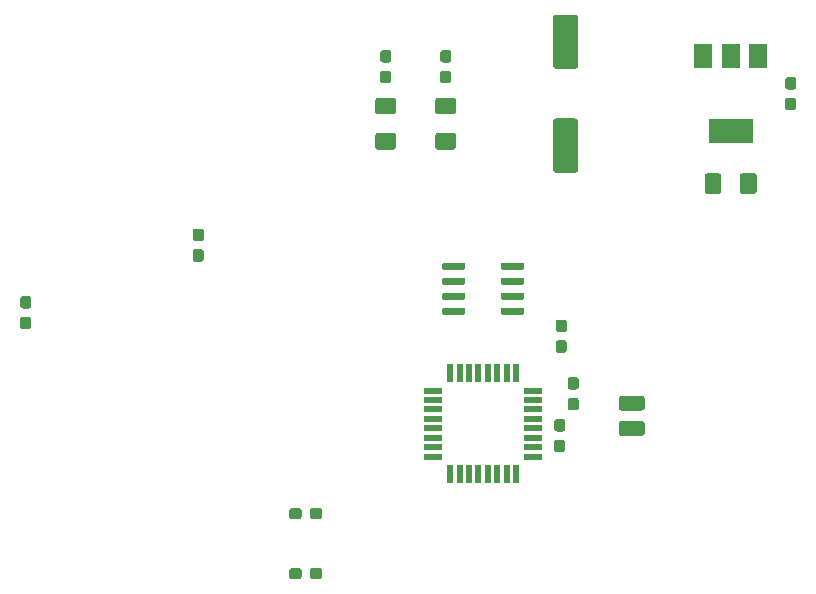
<source format=gbr>
G04 #@! TF.GenerationSoftware,KiCad,Pcbnew,(5.1.5)-3*
G04 #@! TF.CreationDate,2020-05-01T12:34:21+02:00*
G04 #@! TF.ProjectId,PONG_Display,504f4e47-5f44-4697-9370-6c61792e6b69,rev?*
G04 #@! TF.SameCoordinates,Original*
G04 #@! TF.FileFunction,Paste,Top*
G04 #@! TF.FilePolarity,Positive*
%FSLAX46Y46*%
G04 Gerber Fmt 4.6, Leading zero omitted, Abs format (unit mm)*
G04 Created by KiCad (PCBNEW (5.1.5)-3) date 2020-05-01 12:34:21*
%MOMM*%
%LPD*%
G04 APERTURE LIST*
%ADD10C,0.100000*%
%ADD11R,3.800000X2.000000*%
%ADD12R,1.500000X2.000000*%
%ADD13R,1.600000X0.550000*%
%ADD14R,0.550000X1.600000*%
G04 APERTURE END LIST*
D10*
G36*
X68332779Y-49627144D02*
G01*
X68355834Y-49630563D01*
X68378443Y-49636227D01*
X68400387Y-49644079D01*
X68421457Y-49654044D01*
X68441448Y-49666026D01*
X68460168Y-49679910D01*
X68477438Y-49695562D01*
X68493090Y-49712832D01*
X68506974Y-49731552D01*
X68518956Y-49751543D01*
X68528921Y-49772613D01*
X68536773Y-49794557D01*
X68542437Y-49817166D01*
X68545856Y-49840221D01*
X68547000Y-49863500D01*
X68547000Y-50438500D01*
X68545856Y-50461779D01*
X68542437Y-50484834D01*
X68536773Y-50507443D01*
X68528921Y-50529387D01*
X68518956Y-50550457D01*
X68506974Y-50570448D01*
X68493090Y-50589168D01*
X68477438Y-50606438D01*
X68460168Y-50622090D01*
X68441448Y-50635974D01*
X68421457Y-50647956D01*
X68400387Y-50657921D01*
X68378443Y-50665773D01*
X68355834Y-50671437D01*
X68332779Y-50674856D01*
X68309500Y-50676000D01*
X67834500Y-50676000D01*
X67811221Y-50674856D01*
X67788166Y-50671437D01*
X67765557Y-50665773D01*
X67743613Y-50657921D01*
X67722543Y-50647956D01*
X67702552Y-50635974D01*
X67683832Y-50622090D01*
X67666562Y-50606438D01*
X67650910Y-50589168D01*
X67637026Y-50570448D01*
X67625044Y-50550457D01*
X67615079Y-50529387D01*
X67607227Y-50507443D01*
X67601563Y-50484834D01*
X67598144Y-50461779D01*
X67597000Y-50438500D01*
X67597000Y-49863500D01*
X67598144Y-49840221D01*
X67601563Y-49817166D01*
X67607227Y-49794557D01*
X67615079Y-49772613D01*
X67625044Y-49751543D01*
X67637026Y-49731552D01*
X67650910Y-49712832D01*
X67666562Y-49695562D01*
X67683832Y-49679910D01*
X67702552Y-49666026D01*
X67722543Y-49654044D01*
X67743613Y-49644079D01*
X67765557Y-49636227D01*
X67788166Y-49630563D01*
X67811221Y-49627144D01*
X67834500Y-49626000D01*
X68309500Y-49626000D01*
X68332779Y-49627144D01*
G37*
G36*
X68332779Y-47877144D02*
G01*
X68355834Y-47880563D01*
X68378443Y-47886227D01*
X68400387Y-47894079D01*
X68421457Y-47904044D01*
X68441448Y-47916026D01*
X68460168Y-47929910D01*
X68477438Y-47945562D01*
X68493090Y-47962832D01*
X68506974Y-47981552D01*
X68518956Y-48001543D01*
X68528921Y-48022613D01*
X68536773Y-48044557D01*
X68542437Y-48067166D01*
X68545856Y-48090221D01*
X68547000Y-48113500D01*
X68547000Y-48688500D01*
X68545856Y-48711779D01*
X68542437Y-48734834D01*
X68536773Y-48757443D01*
X68528921Y-48779387D01*
X68518956Y-48800457D01*
X68506974Y-48820448D01*
X68493090Y-48839168D01*
X68477438Y-48856438D01*
X68460168Y-48872090D01*
X68441448Y-48885974D01*
X68421457Y-48897956D01*
X68400387Y-48907921D01*
X68378443Y-48915773D01*
X68355834Y-48921437D01*
X68332779Y-48924856D01*
X68309500Y-48926000D01*
X67834500Y-48926000D01*
X67811221Y-48924856D01*
X67788166Y-48921437D01*
X67765557Y-48915773D01*
X67743613Y-48907921D01*
X67722543Y-48897956D01*
X67702552Y-48885974D01*
X67683832Y-48872090D01*
X67666562Y-48856438D01*
X67650910Y-48839168D01*
X67637026Y-48820448D01*
X67625044Y-48800457D01*
X67615079Y-48779387D01*
X67607227Y-48757443D01*
X67601563Y-48734834D01*
X67598144Y-48711779D01*
X67597000Y-48688500D01*
X67597000Y-48113500D01*
X67598144Y-48090221D01*
X67601563Y-48067166D01*
X67607227Y-48044557D01*
X67615079Y-48022613D01*
X67625044Y-48001543D01*
X67637026Y-47981552D01*
X67650910Y-47962832D01*
X67666562Y-47945562D01*
X67683832Y-47929910D01*
X67702552Y-47916026D01*
X67722543Y-47904044D01*
X67743613Y-47894079D01*
X67765557Y-47886227D01*
X67788166Y-47880563D01*
X67811221Y-47877144D01*
X67834500Y-47876000D01*
X68309500Y-47876000D01*
X68332779Y-47877144D01*
G37*
G36*
X23120779Y-39213144D02*
G01*
X23143834Y-39216563D01*
X23166443Y-39222227D01*
X23188387Y-39230079D01*
X23209457Y-39240044D01*
X23229448Y-39252026D01*
X23248168Y-39265910D01*
X23265438Y-39281562D01*
X23281090Y-39298832D01*
X23294974Y-39317552D01*
X23306956Y-39337543D01*
X23316921Y-39358613D01*
X23324773Y-39380557D01*
X23330437Y-39403166D01*
X23333856Y-39426221D01*
X23335000Y-39449500D01*
X23335000Y-40024500D01*
X23333856Y-40047779D01*
X23330437Y-40070834D01*
X23324773Y-40093443D01*
X23316921Y-40115387D01*
X23306956Y-40136457D01*
X23294974Y-40156448D01*
X23281090Y-40175168D01*
X23265438Y-40192438D01*
X23248168Y-40208090D01*
X23229448Y-40221974D01*
X23209457Y-40233956D01*
X23188387Y-40243921D01*
X23166443Y-40251773D01*
X23143834Y-40257437D01*
X23120779Y-40260856D01*
X23097500Y-40262000D01*
X22622500Y-40262000D01*
X22599221Y-40260856D01*
X22576166Y-40257437D01*
X22553557Y-40251773D01*
X22531613Y-40243921D01*
X22510543Y-40233956D01*
X22490552Y-40221974D01*
X22471832Y-40208090D01*
X22454562Y-40192438D01*
X22438910Y-40175168D01*
X22425026Y-40156448D01*
X22413044Y-40136457D01*
X22403079Y-40115387D01*
X22395227Y-40093443D01*
X22389563Y-40070834D01*
X22386144Y-40047779D01*
X22385000Y-40024500D01*
X22385000Y-39449500D01*
X22386144Y-39426221D01*
X22389563Y-39403166D01*
X22395227Y-39380557D01*
X22403079Y-39358613D01*
X22413044Y-39337543D01*
X22425026Y-39317552D01*
X22438910Y-39298832D01*
X22454562Y-39281562D01*
X22471832Y-39265910D01*
X22490552Y-39252026D01*
X22510543Y-39240044D01*
X22531613Y-39230079D01*
X22553557Y-39222227D01*
X22576166Y-39216563D01*
X22599221Y-39213144D01*
X22622500Y-39212000D01*
X23097500Y-39212000D01*
X23120779Y-39213144D01*
G37*
G36*
X23120779Y-37463144D02*
G01*
X23143834Y-37466563D01*
X23166443Y-37472227D01*
X23188387Y-37480079D01*
X23209457Y-37490044D01*
X23229448Y-37502026D01*
X23248168Y-37515910D01*
X23265438Y-37531562D01*
X23281090Y-37548832D01*
X23294974Y-37567552D01*
X23306956Y-37587543D01*
X23316921Y-37608613D01*
X23324773Y-37630557D01*
X23330437Y-37653166D01*
X23333856Y-37676221D01*
X23335000Y-37699500D01*
X23335000Y-38274500D01*
X23333856Y-38297779D01*
X23330437Y-38320834D01*
X23324773Y-38343443D01*
X23316921Y-38365387D01*
X23306956Y-38386457D01*
X23294974Y-38406448D01*
X23281090Y-38425168D01*
X23265438Y-38442438D01*
X23248168Y-38458090D01*
X23229448Y-38471974D01*
X23209457Y-38483956D01*
X23188387Y-38493921D01*
X23166443Y-38501773D01*
X23143834Y-38507437D01*
X23120779Y-38510856D01*
X23097500Y-38512000D01*
X22622500Y-38512000D01*
X22599221Y-38510856D01*
X22576166Y-38507437D01*
X22553557Y-38501773D01*
X22531613Y-38493921D01*
X22510543Y-38483956D01*
X22490552Y-38471974D01*
X22471832Y-38458090D01*
X22454562Y-38442438D01*
X22438910Y-38425168D01*
X22425026Y-38406448D01*
X22413044Y-38386457D01*
X22403079Y-38365387D01*
X22395227Y-38343443D01*
X22389563Y-38320834D01*
X22386144Y-38297779D01*
X22385000Y-38274500D01*
X22385000Y-37699500D01*
X22386144Y-37676221D01*
X22389563Y-37653166D01*
X22395227Y-37630557D01*
X22403079Y-37608613D01*
X22413044Y-37587543D01*
X22425026Y-37567552D01*
X22438910Y-37548832D01*
X22454562Y-37531562D01*
X22471832Y-37515910D01*
X22490552Y-37502026D01*
X22510543Y-37490044D01*
X22531613Y-37480079D01*
X22553557Y-37472227D01*
X22576166Y-37466563D01*
X22599221Y-37463144D01*
X22622500Y-37462000D01*
X23097500Y-37462000D01*
X23120779Y-37463144D01*
G37*
G36*
X37725779Y-33498144D02*
G01*
X37748834Y-33501563D01*
X37771443Y-33507227D01*
X37793387Y-33515079D01*
X37814457Y-33525044D01*
X37834448Y-33537026D01*
X37853168Y-33550910D01*
X37870438Y-33566562D01*
X37886090Y-33583832D01*
X37899974Y-33602552D01*
X37911956Y-33622543D01*
X37921921Y-33643613D01*
X37929773Y-33665557D01*
X37935437Y-33688166D01*
X37938856Y-33711221D01*
X37940000Y-33734500D01*
X37940000Y-34309500D01*
X37938856Y-34332779D01*
X37935437Y-34355834D01*
X37929773Y-34378443D01*
X37921921Y-34400387D01*
X37911956Y-34421457D01*
X37899974Y-34441448D01*
X37886090Y-34460168D01*
X37870438Y-34477438D01*
X37853168Y-34493090D01*
X37834448Y-34506974D01*
X37814457Y-34518956D01*
X37793387Y-34528921D01*
X37771443Y-34536773D01*
X37748834Y-34542437D01*
X37725779Y-34545856D01*
X37702500Y-34547000D01*
X37227500Y-34547000D01*
X37204221Y-34545856D01*
X37181166Y-34542437D01*
X37158557Y-34536773D01*
X37136613Y-34528921D01*
X37115543Y-34518956D01*
X37095552Y-34506974D01*
X37076832Y-34493090D01*
X37059562Y-34477438D01*
X37043910Y-34460168D01*
X37030026Y-34441448D01*
X37018044Y-34421457D01*
X37008079Y-34400387D01*
X37000227Y-34378443D01*
X36994563Y-34355834D01*
X36991144Y-34332779D01*
X36990000Y-34309500D01*
X36990000Y-33734500D01*
X36991144Y-33711221D01*
X36994563Y-33688166D01*
X37000227Y-33665557D01*
X37008079Y-33643613D01*
X37018044Y-33622543D01*
X37030026Y-33602552D01*
X37043910Y-33583832D01*
X37059562Y-33566562D01*
X37076832Y-33550910D01*
X37095552Y-33537026D01*
X37115543Y-33525044D01*
X37136613Y-33515079D01*
X37158557Y-33507227D01*
X37181166Y-33501563D01*
X37204221Y-33498144D01*
X37227500Y-33497000D01*
X37702500Y-33497000D01*
X37725779Y-33498144D01*
G37*
G36*
X37725779Y-31748144D02*
G01*
X37748834Y-31751563D01*
X37771443Y-31757227D01*
X37793387Y-31765079D01*
X37814457Y-31775044D01*
X37834448Y-31787026D01*
X37853168Y-31800910D01*
X37870438Y-31816562D01*
X37886090Y-31833832D01*
X37899974Y-31852552D01*
X37911956Y-31872543D01*
X37921921Y-31893613D01*
X37929773Y-31915557D01*
X37935437Y-31938166D01*
X37938856Y-31961221D01*
X37940000Y-31984500D01*
X37940000Y-32559500D01*
X37938856Y-32582779D01*
X37935437Y-32605834D01*
X37929773Y-32628443D01*
X37921921Y-32650387D01*
X37911956Y-32671457D01*
X37899974Y-32691448D01*
X37886090Y-32710168D01*
X37870438Y-32727438D01*
X37853168Y-32743090D01*
X37834448Y-32756974D01*
X37814457Y-32768956D01*
X37793387Y-32778921D01*
X37771443Y-32786773D01*
X37748834Y-32792437D01*
X37725779Y-32795856D01*
X37702500Y-32797000D01*
X37227500Y-32797000D01*
X37204221Y-32795856D01*
X37181166Y-32792437D01*
X37158557Y-32786773D01*
X37136613Y-32778921D01*
X37115543Y-32768956D01*
X37095552Y-32756974D01*
X37076832Y-32743090D01*
X37059562Y-32727438D01*
X37043910Y-32710168D01*
X37030026Y-32691448D01*
X37018044Y-32671457D01*
X37008079Y-32650387D01*
X37000227Y-32628443D01*
X36994563Y-32605834D01*
X36991144Y-32582779D01*
X36990000Y-32559500D01*
X36990000Y-31984500D01*
X36991144Y-31961221D01*
X36994563Y-31938166D01*
X37000227Y-31915557D01*
X37008079Y-31893613D01*
X37018044Y-31872543D01*
X37030026Y-31852552D01*
X37043910Y-31833832D01*
X37059562Y-31816562D01*
X37076832Y-31800910D01*
X37095552Y-31787026D01*
X37115543Y-31775044D01*
X37136613Y-31765079D01*
X37158557Y-31757227D01*
X37181166Y-31751563D01*
X37204221Y-31748144D01*
X37227500Y-31747000D01*
X37702500Y-31747000D01*
X37725779Y-31748144D01*
G37*
G36*
X69404504Y-13621204D02*
G01*
X69428773Y-13624804D01*
X69452571Y-13630765D01*
X69475671Y-13639030D01*
X69497849Y-13649520D01*
X69518893Y-13662133D01*
X69538598Y-13676747D01*
X69556777Y-13693223D01*
X69573253Y-13711402D01*
X69587867Y-13731107D01*
X69600480Y-13752151D01*
X69610970Y-13774329D01*
X69619235Y-13797429D01*
X69625196Y-13821227D01*
X69628796Y-13845496D01*
X69630000Y-13870000D01*
X69630000Y-17970000D01*
X69628796Y-17994504D01*
X69625196Y-18018773D01*
X69619235Y-18042571D01*
X69610970Y-18065671D01*
X69600480Y-18087849D01*
X69587867Y-18108893D01*
X69573253Y-18128598D01*
X69556777Y-18146777D01*
X69538598Y-18163253D01*
X69518893Y-18177867D01*
X69497849Y-18190480D01*
X69475671Y-18200970D01*
X69452571Y-18209235D01*
X69428773Y-18215196D01*
X69404504Y-18218796D01*
X69380000Y-18220000D01*
X67780000Y-18220000D01*
X67755496Y-18218796D01*
X67731227Y-18215196D01*
X67707429Y-18209235D01*
X67684329Y-18200970D01*
X67662151Y-18190480D01*
X67641107Y-18177867D01*
X67621402Y-18163253D01*
X67603223Y-18146777D01*
X67586747Y-18128598D01*
X67572133Y-18108893D01*
X67559520Y-18087849D01*
X67549030Y-18065671D01*
X67540765Y-18042571D01*
X67534804Y-18018773D01*
X67531204Y-17994504D01*
X67530000Y-17970000D01*
X67530000Y-13870000D01*
X67531204Y-13845496D01*
X67534804Y-13821227D01*
X67540765Y-13797429D01*
X67549030Y-13774329D01*
X67559520Y-13752151D01*
X67572133Y-13731107D01*
X67586747Y-13711402D01*
X67603223Y-13693223D01*
X67621402Y-13676747D01*
X67641107Y-13662133D01*
X67662151Y-13649520D01*
X67684329Y-13639030D01*
X67707429Y-13630765D01*
X67731227Y-13624804D01*
X67755496Y-13621204D01*
X67780000Y-13620000D01*
X69380000Y-13620000D01*
X69404504Y-13621204D01*
G37*
G36*
X69404504Y-22421204D02*
G01*
X69428773Y-22424804D01*
X69452571Y-22430765D01*
X69475671Y-22439030D01*
X69497849Y-22449520D01*
X69518893Y-22462133D01*
X69538598Y-22476747D01*
X69556777Y-22493223D01*
X69573253Y-22511402D01*
X69587867Y-22531107D01*
X69600480Y-22552151D01*
X69610970Y-22574329D01*
X69619235Y-22597429D01*
X69625196Y-22621227D01*
X69628796Y-22645496D01*
X69630000Y-22670000D01*
X69630000Y-26770000D01*
X69628796Y-26794504D01*
X69625196Y-26818773D01*
X69619235Y-26842571D01*
X69610970Y-26865671D01*
X69600480Y-26887849D01*
X69587867Y-26908893D01*
X69573253Y-26928598D01*
X69556777Y-26946777D01*
X69538598Y-26963253D01*
X69518893Y-26977867D01*
X69497849Y-26990480D01*
X69475671Y-27000970D01*
X69452571Y-27009235D01*
X69428773Y-27015196D01*
X69404504Y-27018796D01*
X69380000Y-27020000D01*
X67780000Y-27020000D01*
X67755496Y-27018796D01*
X67731227Y-27015196D01*
X67707429Y-27009235D01*
X67684329Y-27000970D01*
X67662151Y-26990480D01*
X67641107Y-26977867D01*
X67621402Y-26963253D01*
X67603223Y-26946777D01*
X67586747Y-26928598D01*
X67572133Y-26908893D01*
X67559520Y-26887849D01*
X67549030Y-26865671D01*
X67540765Y-26842571D01*
X67534804Y-26818773D01*
X67531204Y-26794504D01*
X67530000Y-26770000D01*
X67530000Y-22670000D01*
X67531204Y-22645496D01*
X67534804Y-22621227D01*
X67540765Y-22597429D01*
X67549030Y-22574329D01*
X67559520Y-22552151D01*
X67572133Y-22531107D01*
X67586747Y-22511402D01*
X67603223Y-22493223D01*
X67621402Y-22476747D01*
X67641107Y-22462133D01*
X67662151Y-22449520D01*
X67684329Y-22439030D01*
X67707429Y-22430765D01*
X67731227Y-22424804D01*
X67755496Y-22421204D01*
X67780000Y-22420000D01*
X69380000Y-22420000D01*
X69404504Y-22421204D01*
G37*
G36*
X53989504Y-20661204D02*
G01*
X54013773Y-20664804D01*
X54037571Y-20670765D01*
X54060671Y-20679030D01*
X54082849Y-20689520D01*
X54103893Y-20702133D01*
X54123598Y-20716747D01*
X54141777Y-20733223D01*
X54158253Y-20751402D01*
X54172867Y-20771107D01*
X54185480Y-20792151D01*
X54195970Y-20814329D01*
X54204235Y-20837429D01*
X54210196Y-20861227D01*
X54213796Y-20885496D01*
X54215000Y-20910000D01*
X54215000Y-21835000D01*
X54213796Y-21859504D01*
X54210196Y-21883773D01*
X54204235Y-21907571D01*
X54195970Y-21930671D01*
X54185480Y-21952849D01*
X54172867Y-21973893D01*
X54158253Y-21993598D01*
X54141777Y-22011777D01*
X54123598Y-22028253D01*
X54103893Y-22042867D01*
X54082849Y-22055480D01*
X54060671Y-22065970D01*
X54037571Y-22074235D01*
X54013773Y-22080196D01*
X53989504Y-22083796D01*
X53965000Y-22085000D01*
X52715000Y-22085000D01*
X52690496Y-22083796D01*
X52666227Y-22080196D01*
X52642429Y-22074235D01*
X52619329Y-22065970D01*
X52597151Y-22055480D01*
X52576107Y-22042867D01*
X52556402Y-22028253D01*
X52538223Y-22011777D01*
X52521747Y-21993598D01*
X52507133Y-21973893D01*
X52494520Y-21952849D01*
X52484030Y-21930671D01*
X52475765Y-21907571D01*
X52469804Y-21883773D01*
X52466204Y-21859504D01*
X52465000Y-21835000D01*
X52465000Y-20910000D01*
X52466204Y-20885496D01*
X52469804Y-20861227D01*
X52475765Y-20837429D01*
X52484030Y-20814329D01*
X52494520Y-20792151D01*
X52507133Y-20771107D01*
X52521747Y-20751402D01*
X52538223Y-20733223D01*
X52556402Y-20716747D01*
X52576107Y-20702133D01*
X52597151Y-20689520D01*
X52619329Y-20679030D01*
X52642429Y-20670765D01*
X52666227Y-20664804D01*
X52690496Y-20661204D01*
X52715000Y-20660000D01*
X53965000Y-20660000D01*
X53989504Y-20661204D01*
G37*
G36*
X53989504Y-23636204D02*
G01*
X54013773Y-23639804D01*
X54037571Y-23645765D01*
X54060671Y-23654030D01*
X54082849Y-23664520D01*
X54103893Y-23677133D01*
X54123598Y-23691747D01*
X54141777Y-23708223D01*
X54158253Y-23726402D01*
X54172867Y-23746107D01*
X54185480Y-23767151D01*
X54195970Y-23789329D01*
X54204235Y-23812429D01*
X54210196Y-23836227D01*
X54213796Y-23860496D01*
X54215000Y-23885000D01*
X54215000Y-24810000D01*
X54213796Y-24834504D01*
X54210196Y-24858773D01*
X54204235Y-24882571D01*
X54195970Y-24905671D01*
X54185480Y-24927849D01*
X54172867Y-24948893D01*
X54158253Y-24968598D01*
X54141777Y-24986777D01*
X54123598Y-25003253D01*
X54103893Y-25017867D01*
X54082849Y-25030480D01*
X54060671Y-25040970D01*
X54037571Y-25049235D01*
X54013773Y-25055196D01*
X53989504Y-25058796D01*
X53965000Y-25060000D01*
X52715000Y-25060000D01*
X52690496Y-25058796D01*
X52666227Y-25055196D01*
X52642429Y-25049235D01*
X52619329Y-25040970D01*
X52597151Y-25030480D01*
X52576107Y-25017867D01*
X52556402Y-25003253D01*
X52538223Y-24986777D01*
X52521747Y-24968598D01*
X52507133Y-24948893D01*
X52494520Y-24927849D01*
X52484030Y-24905671D01*
X52475765Y-24882571D01*
X52469804Y-24858773D01*
X52466204Y-24834504D01*
X52465000Y-24810000D01*
X52465000Y-23885000D01*
X52466204Y-23860496D01*
X52469804Y-23836227D01*
X52475765Y-23812429D01*
X52484030Y-23789329D01*
X52494520Y-23767151D01*
X52507133Y-23746107D01*
X52521747Y-23726402D01*
X52538223Y-23708223D01*
X52556402Y-23691747D01*
X52576107Y-23677133D01*
X52597151Y-23664520D01*
X52619329Y-23654030D01*
X52642429Y-23645765D01*
X52666227Y-23639804D01*
X52690496Y-23636204D01*
X52715000Y-23635000D01*
X53965000Y-23635000D01*
X53989504Y-23636204D01*
G37*
G36*
X59069504Y-23636204D02*
G01*
X59093773Y-23639804D01*
X59117571Y-23645765D01*
X59140671Y-23654030D01*
X59162849Y-23664520D01*
X59183893Y-23677133D01*
X59203598Y-23691747D01*
X59221777Y-23708223D01*
X59238253Y-23726402D01*
X59252867Y-23746107D01*
X59265480Y-23767151D01*
X59275970Y-23789329D01*
X59284235Y-23812429D01*
X59290196Y-23836227D01*
X59293796Y-23860496D01*
X59295000Y-23885000D01*
X59295000Y-24810000D01*
X59293796Y-24834504D01*
X59290196Y-24858773D01*
X59284235Y-24882571D01*
X59275970Y-24905671D01*
X59265480Y-24927849D01*
X59252867Y-24948893D01*
X59238253Y-24968598D01*
X59221777Y-24986777D01*
X59203598Y-25003253D01*
X59183893Y-25017867D01*
X59162849Y-25030480D01*
X59140671Y-25040970D01*
X59117571Y-25049235D01*
X59093773Y-25055196D01*
X59069504Y-25058796D01*
X59045000Y-25060000D01*
X57795000Y-25060000D01*
X57770496Y-25058796D01*
X57746227Y-25055196D01*
X57722429Y-25049235D01*
X57699329Y-25040970D01*
X57677151Y-25030480D01*
X57656107Y-25017867D01*
X57636402Y-25003253D01*
X57618223Y-24986777D01*
X57601747Y-24968598D01*
X57587133Y-24948893D01*
X57574520Y-24927849D01*
X57564030Y-24905671D01*
X57555765Y-24882571D01*
X57549804Y-24858773D01*
X57546204Y-24834504D01*
X57545000Y-24810000D01*
X57545000Y-23885000D01*
X57546204Y-23860496D01*
X57549804Y-23836227D01*
X57555765Y-23812429D01*
X57564030Y-23789329D01*
X57574520Y-23767151D01*
X57587133Y-23746107D01*
X57601747Y-23726402D01*
X57618223Y-23708223D01*
X57636402Y-23691747D01*
X57656107Y-23677133D01*
X57677151Y-23664520D01*
X57699329Y-23654030D01*
X57722429Y-23645765D01*
X57746227Y-23639804D01*
X57770496Y-23636204D01*
X57795000Y-23635000D01*
X59045000Y-23635000D01*
X59069504Y-23636204D01*
G37*
G36*
X59069504Y-20661204D02*
G01*
X59093773Y-20664804D01*
X59117571Y-20670765D01*
X59140671Y-20679030D01*
X59162849Y-20689520D01*
X59183893Y-20702133D01*
X59203598Y-20716747D01*
X59221777Y-20733223D01*
X59238253Y-20751402D01*
X59252867Y-20771107D01*
X59265480Y-20792151D01*
X59275970Y-20814329D01*
X59284235Y-20837429D01*
X59290196Y-20861227D01*
X59293796Y-20885496D01*
X59295000Y-20910000D01*
X59295000Y-21835000D01*
X59293796Y-21859504D01*
X59290196Y-21883773D01*
X59284235Y-21907571D01*
X59275970Y-21930671D01*
X59265480Y-21952849D01*
X59252867Y-21973893D01*
X59238253Y-21993598D01*
X59221777Y-22011777D01*
X59203598Y-22028253D01*
X59183893Y-22042867D01*
X59162849Y-22055480D01*
X59140671Y-22065970D01*
X59117571Y-22074235D01*
X59093773Y-22080196D01*
X59069504Y-22083796D01*
X59045000Y-22085000D01*
X57795000Y-22085000D01*
X57770496Y-22083796D01*
X57746227Y-22080196D01*
X57722429Y-22074235D01*
X57699329Y-22065970D01*
X57677151Y-22055480D01*
X57656107Y-22042867D01*
X57636402Y-22028253D01*
X57618223Y-22011777D01*
X57601747Y-21993598D01*
X57587133Y-21973893D01*
X57574520Y-21952849D01*
X57564030Y-21930671D01*
X57555765Y-21907571D01*
X57549804Y-21883773D01*
X57546204Y-21859504D01*
X57545000Y-21835000D01*
X57545000Y-20910000D01*
X57546204Y-20885496D01*
X57549804Y-20861227D01*
X57555765Y-20837429D01*
X57564030Y-20814329D01*
X57574520Y-20792151D01*
X57587133Y-20771107D01*
X57601747Y-20751402D01*
X57618223Y-20733223D01*
X57636402Y-20716747D01*
X57656107Y-20702133D01*
X57677151Y-20689520D01*
X57699329Y-20679030D01*
X57722429Y-20670765D01*
X57746227Y-20664804D01*
X57770496Y-20661204D01*
X57795000Y-20660000D01*
X59045000Y-20660000D01*
X59069504Y-20661204D01*
G37*
D11*
X82550000Y-23470000D03*
D12*
X82550000Y-17170000D03*
X80250000Y-17170000D03*
X84850000Y-17170000D03*
D13*
X57345000Y-45460000D03*
X57345000Y-46260000D03*
X57345000Y-47060000D03*
X57345000Y-47860000D03*
X57345000Y-48660000D03*
X57345000Y-49460000D03*
X57345000Y-50260000D03*
X57345000Y-51060000D03*
D14*
X58795000Y-52510000D03*
X59595000Y-52510000D03*
X60395000Y-52510000D03*
X61195000Y-52510000D03*
X61995000Y-52510000D03*
X62795000Y-52510000D03*
X63595000Y-52510000D03*
X64395000Y-52510000D03*
D13*
X65845000Y-51060000D03*
X65845000Y-50260000D03*
X65845000Y-49460000D03*
X65845000Y-48660000D03*
X65845000Y-47860000D03*
X65845000Y-47060000D03*
X65845000Y-46260000D03*
X65845000Y-45460000D03*
D14*
X64395000Y-44010000D03*
X63595000Y-44010000D03*
X62795000Y-44010000D03*
X61995000Y-44010000D03*
X61195000Y-44010000D03*
X60395000Y-44010000D03*
X59595000Y-44010000D03*
X58795000Y-44010000D03*
D10*
G36*
X59959703Y-34625722D02*
G01*
X59974264Y-34627882D01*
X59988543Y-34631459D01*
X60002403Y-34636418D01*
X60015710Y-34642712D01*
X60028336Y-34650280D01*
X60040159Y-34659048D01*
X60051066Y-34668934D01*
X60060952Y-34679841D01*
X60069720Y-34691664D01*
X60077288Y-34704290D01*
X60083582Y-34717597D01*
X60088541Y-34731457D01*
X60092118Y-34745736D01*
X60094278Y-34760297D01*
X60095000Y-34775000D01*
X60095000Y-35075000D01*
X60094278Y-35089703D01*
X60092118Y-35104264D01*
X60088541Y-35118543D01*
X60083582Y-35132403D01*
X60077288Y-35145710D01*
X60069720Y-35158336D01*
X60060952Y-35170159D01*
X60051066Y-35181066D01*
X60040159Y-35190952D01*
X60028336Y-35199720D01*
X60015710Y-35207288D01*
X60002403Y-35213582D01*
X59988543Y-35218541D01*
X59974264Y-35222118D01*
X59959703Y-35224278D01*
X59945000Y-35225000D01*
X58295000Y-35225000D01*
X58280297Y-35224278D01*
X58265736Y-35222118D01*
X58251457Y-35218541D01*
X58237597Y-35213582D01*
X58224290Y-35207288D01*
X58211664Y-35199720D01*
X58199841Y-35190952D01*
X58188934Y-35181066D01*
X58179048Y-35170159D01*
X58170280Y-35158336D01*
X58162712Y-35145710D01*
X58156418Y-35132403D01*
X58151459Y-35118543D01*
X58147882Y-35104264D01*
X58145722Y-35089703D01*
X58145000Y-35075000D01*
X58145000Y-34775000D01*
X58145722Y-34760297D01*
X58147882Y-34745736D01*
X58151459Y-34731457D01*
X58156418Y-34717597D01*
X58162712Y-34704290D01*
X58170280Y-34691664D01*
X58179048Y-34679841D01*
X58188934Y-34668934D01*
X58199841Y-34659048D01*
X58211664Y-34650280D01*
X58224290Y-34642712D01*
X58237597Y-34636418D01*
X58251457Y-34631459D01*
X58265736Y-34627882D01*
X58280297Y-34625722D01*
X58295000Y-34625000D01*
X59945000Y-34625000D01*
X59959703Y-34625722D01*
G37*
G36*
X59959703Y-35895722D02*
G01*
X59974264Y-35897882D01*
X59988543Y-35901459D01*
X60002403Y-35906418D01*
X60015710Y-35912712D01*
X60028336Y-35920280D01*
X60040159Y-35929048D01*
X60051066Y-35938934D01*
X60060952Y-35949841D01*
X60069720Y-35961664D01*
X60077288Y-35974290D01*
X60083582Y-35987597D01*
X60088541Y-36001457D01*
X60092118Y-36015736D01*
X60094278Y-36030297D01*
X60095000Y-36045000D01*
X60095000Y-36345000D01*
X60094278Y-36359703D01*
X60092118Y-36374264D01*
X60088541Y-36388543D01*
X60083582Y-36402403D01*
X60077288Y-36415710D01*
X60069720Y-36428336D01*
X60060952Y-36440159D01*
X60051066Y-36451066D01*
X60040159Y-36460952D01*
X60028336Y-36469720D01*
X60015710Y-36477288D01*
X60002403Y-36483582D01*
X59988543Y-36488541D01*
X59974264Y-36492118D01*
X59959703Y-36494278D01*
X59945000Y-36495000D01*
X58295000Y-36495000D01*
X58280297Y-36494278D01*
X58265736Y-36492118D01*
X58251457Y-36488541D01*
X58237597Y-36483582D01*
X58224290Y-36477288D01*
X58211664Y-36469720D01*
X58199841Y-36460952D01*
X58188934Y-36451066D01*
X58179048Y-36440159D01*
X58170280Y-36428336D01*
X58162712Y-36415710D01*
X58156418Y-36402403D01*
X58151459Y-36388543D01*
X58147882Y-36374264D01*
X58145722Y-36359703D01*
X58145000Y-36345000D01*
X58145000Y-36045000D01*
X58145722Y-36030297D01*
X58147882Y-36015736D01*
X58151459Y-36001457D01*
X58156418Y-35987597D01*
X58162712Y-35974290D01*
X58170280Y-35961664D01*
X58179048Y-35949841D01*
X58188934Y-35938934D01*
X58199841Y-35929048D01*
X58211664Y-35920280D01*
X58224290Y-35912712D01*
X58237597Y-35906418D01*
X58251457Y-35901459D01*
X58265736Y-35897882D01*
X58280297Y-35895722D01*
X58295000Y-35895000D01*
X59945000Y-35895000D01*
X59959703Y-35895722D01*
G37*
G36*
X59959703Y-37165722D02*
G01*
X59974264Y-37167882D01*
X59988543Y-37171459D01*
X60002403Y-37176418D01*
X60015710Y-37182712D01*
X60028336Y-37190280D01*
X60040159Y-37199048D01*
X60051066Y-37208934D01*
X60060952Y-37219841D01*
X60069720Y-37231664D01*
X60077288Y-37244290D01*
X60083582Y-37257597D01*
X60088541Y-37271457D01*
X60092118Y-37285736D01*
X60094278Y-37300297D01*
X60095000Y-37315000D01*
X60095000Y-37615000D01*
X60094278Y-37629703D01*
X60092118Y-37644264D01*
X60088541Y-37658543D01*
X60083582Y-37672403D01*
X60077288Y-37685710D01*
X60069720Y-37698336D01*
X60060952Y-37710159D01*
X60051066Y-37721066D01*
X60040159Y-37730952D01*
X60028336Y-37739720D01*
X60015710Y-37747288D01*
X60002403Y-37753582D01*
X59988543Y-37758541D01*
X59974264Y-37762118D01*
X59959703Y-37764278D01*
X59945000Y-37765000D01*
X58295000Y-37765000D01*
X58280297Y-37764278D01*
X58265736Y-37762118D01*
X58251457Y-37758541D01*
X58237597Y-37753582D01*
X58224290Y-37747288D01*
X58211664Y-37739720D01*
X58199841Y-37730952D01*
X58188934Y-37721066D01*
X58179048Y-37710159D01*
X58170280Y-37698336D01*
X58162712Y-37685710D01*
X58156418Y-37672403D01*
X58151459Y-37658543D01*
X58147882Y-37644264D01*
X58145722Y-37629703D01*
X58145000Y-37615000D01*
X58145000Y-37315000D01*
X58145722Y-37300297D01*
X58147882Y-37285736D01*
X58151459Y-37271457D01*
X58156418Y-37257597D01*
X58162712Y-37244290D01*
X58170280Y-37231664D01*
X58179048Y-37219841D01*
X58188934Y-37208934D01*
X58199841Y-37199048D01*
X58211664Y-37190280D01*
X58224290Y-37182712D01*
X58237597Y-37176418D01*
X58251457Y-37171459D01*
X58265736Y-37167882D01*
X58280297Y-37165722D01*
X58295000Y-37165000D01*
X59945000Y-37165000D01*
X59959703Y-37165722D01*
G37*
G36*
X59959703Y-38435722D02*
G01*
X59974264Y-38437882D01*
X59988543Y-38441459D01*
X60002403Y-38446418D01*
X60015710Y-38452712D01*
X60028336Y-38460280D01*
X60040159Y-38469048D01*
X60051066Y-38478934D01*
X60060952Y-38489841D01*
X60069720Y-38501664D01*
X60077288Y-38514290D01*
X60083582Y-38527597D01*
X60088541Y-38541457D01*
X60092118Y-38555736D01*
X60094278Y-38570297D01*
X60095000Y-38585000D01*
X60095000Y-38885000D01*
X60094278Y-38899703D01*
X60092118Y-38914264D01*
X60088541Y-38928543D01*
X60083582Y-38942403D01*
X60077288Y-38955710D01*
X60069720Y-38968336D01*
X60060952Y-38980159D01*
X60051066Y-38991066D01*
X60040159Y-39000952D01*
X60028336Y-39009720D01*
X60015710Y-39017288D01*
X60002403Y-39023582D01*
X59988543Y-39028541D01*
X59974264Y-39032118D01*
X59959703Y-39034278D01*
X59945000Y-39035000D01*
X58295000Y-39035000D01*
X58280297Y-39034278D01*
X58265736Y-39032118D01*
X58251457Y-39028541D01*
X58237597Y-39023582D01*
X58224290Y-39017288D01*
X58211664Y-39009720D01*
X58199841Y-39000952D01*
X58188934Y-38991066D01*
X58179048Y-38980159D01*
X58170280Y-38968336D01*
X58162712Y-38955710D01*
X58156418Y-38942403D01*
X58151459Y-38928543D01*
X58147882Y-38914264D01*
X58145722Y-38899703D01*
X58145000Y-38885000D01*
X58145000Y-38585000D01*
X58145722Y-38570297D01*
X58147882Y-38555736D01*
X58151459Y-38541457D01*
X58156418Y-38527597D01*
X58162712Y-38514290D01*
X58170280Y-38501664D01*
X58179048Y-38489841D01*
X58188934Y-38478934D01*
X58199841Y-38469048D01*
X58211664Y-38460280D01*
X58224290Y-38452712D01*
X58237597Y-38446418D01*
X58251457Y-38441459D01*
X58265736Y-38437882D01*
X58280297Y-38435722D01*
X58295000Y-38435000D01*
X59945000Y-38435000D01*
X59959703Y-38435722D01*
G37*
G36*
X64909703Y-38435722D02*
G01*
X64924264Y-38437882D01*
X64938543Y-38441459D01*
X64952403Y-38446418D01*
X64965710Y-38452712D01*
X64978336Y-38460280D01*
X64990159Y-38469048D01*
X65001066Y-38478934D01*
X65010952Y-38489841D01*
X65019720Y-38501664D01*
X65027288Y-38514290D01*
X65033582Y-38527597D01*
X65038541Y-38541457D01*
X65042118Y-38555736D01*
X65044278Y-38570297D01*
X65045000Y-38585000D01*
X65045000Y-38885000D01*
X65044278Y-38899703D01*
X65042118Y-38914264D01*
X65038541Y-38928543D01*
X65033582Y-38942403D01*
X65027288Y-38955710D01*
X65019720Y-38968336D01*
X65010952Y-38980159D01*
X65001066Y-38991066D01*
X64990159Y-39000952D01*
X64978336Y-39009720D01*
X64965710Y-39017288D01*
X64952403Y-39023582D01*
X64938543Y-39028541D01*
X64924264Y-39032118D01*
X64909703Y-39034278D01*
X64895000Y-39035000D01*
X63245000Y-39035000D01*
X63230297Y-39034278D01*
X63215736Y-39032118D01*
X63201457Y-39028541D01*
X63187597Y-39023582D01*
X63174290Y-39017288D01*
X63161664Y-39009720D01*
X63149841Y-39000952D01*
X63138934Y-38991066D01*
X63129048Y-38980159D01*
X63120280Y-38968336D01*
X63112712Y-38955710D01*
X63106418Y-38942403D01*
X63101459Y-38928543D01*
X63097882Y-38914264D01*
X63095722Y-38899703D01*
X63095000Y-38885000D01*
X63095000Y-38585000D01*
X63095722Y-38570297D01*
X63097882Y-38555736D01*
X63101459Y-38541457D01*
X63106418Y-38527597D01*
X63112712Y-38514290D01*
X63120280Y-38501664D01*
X63129048Y-38489841D01*
X63138934Y-38478934D01*
X63149841Y-38469048D01*
X63161664Y-38460280D01*
X63174290Y-38452712D01*
X63187597Y-38446418D01*
X63201457Y-38441459D01*
X63215736Y-38437882D01*
X63230297Y-38435722D01*
X63245000Y-38435000D01*
X64895000Y-38435000D01*
X64909703Y-38435722D01*
G37*
G36*
X64909703Y-37165722D02*
G01*
X64924264Y-37167882D01*
X64938543Y-37171459D01*
X64952403Y-37176418D01*
X64965710Y-37182712D01*
X64978336Y-37190280D01*
X64990159Y-37199048D01*
X65001066Y-37208934D01*
X65010952Y-37219841D01*
X65019720Y-37231664D01*
X65027288Y-37244290D01*
X65033582Y-37257597D01*
X65038541Y-37271457D01*
X65042118Y-37285736D01*
X65044278Y-37300297D01*
X65045000Y-37315000D01*
X65045000Y-37615000D01*
X65044278Y-37629703D01*
X65042118Y-37644264D01*
X65038541Y-37658543D01*
X65033582Y-37672403D01*
X65027288Y-37685710D01*
X65019720Y-37698336D01*
X65010952Y-37710159D01*
X65001066Y-37721066D01*
X64990159Y-37730952D01*
X64978336Y-37739720D01*
X64965710Y-37747288D01*
X64952403Y-37753582D01*
X64938543Y-37758541D01*
X64924264Y-37762118D01*
X64909703Y-37764278D01*
X64895000Y-37765000D01*
X63245000Y-37765000D01*
X63230297Y-37764278D01*
X63215736Y-37762118D01*
X63201457Y-37758541D01*
X63187597Y-37753582D01*
X63174290Y-37747288D01*
X63161664Y-37739720D01*
X63149841Y-37730952D01*
X63138934Y-37721066D01*
X63129048Y-37710159D01*
X63120280Y-37698336D01*
X63112712Y-37685710D01*
X63106418Y-37672403D01*
X63101459Y-37658543D01*
X63097882Y-37644264D01*
X63095722Y-37629703D01*
X63095000Y-37615000D01*
X63095000Y-37315000D01*
X63095722Y-37300297D01*
X63097882Y-37285736D01*
X63101459Y-37271457D01*
X63106418Y-37257597D01*
X63112712Y-37244290D01*
X63120280Y-37231664D01*
X63129048Y-37219841D01*
X63138934Y-37208934D01*
X63149841Y-37199048D01*
X63161664Y-37190280D01*
X63174290Y-37182712D01*
X63187597Y-37176418D01*
X63201457Y-37171459D01*
X63215736Y-37167882D01*
X63230297Y-37165722D01*
X63245000Y-37165000D01*
X64895000Y-37165000D01*
X64909703Y-37165722D01*
G37*
G36*
X64909703Y-35895722D02*
G01*
X64924264Y-35897882D01*
X64938543Y-35901459D01*
X64952403Y-35906418D01*
X64965710Y-35912712D01*
X64978336Y-35920280D01*
X64990159Y-35929048D01*
X65001066Y-35938934D01*
X65010952Y-35949841D01*
X65019720Y-35961664D01*
X65027288Y-35974290D01*
X65033582Y-35987597D01*
X65038541Y-36001457D01*
X65042118Y-36015736D01*
X65044278Y-36030297D01*
X65045000Y-36045000D01*
X65045000Y-36345000D01*
X65044278Y-36359703D01*
X65042118Y-36374264D01*
X65038541Y-36388543D01*
X65033582Y-36402403D01*
X65027288Y-36415710D01*
X65019720Y-36428336D01*
X65010952Y-36440159D01*
X65001066Y-36451066D01*
X64990159Y-36460952D01*
X64978336Y-36469720D01*
X64965710Y-36477288D01*
X64952403Y-36483582D01*
X64938543Y-36488541D01*
X64924264Y-36492118D01*
X64909703Y-36494278D01*
X64895000Y-36495000D01*
X63245000Y-36495000D01*
X63230297Y-36494278D01*
X63215736Y-36492118D01*
X63201457Y-36488541D01*
X63187597Y-36483582D01*
X63174290Y-36477288D01*
X63161664Y-36469720D01*
X63149841Y-36460952D01*
X63138934Y-36451066D01*
X63129048Y-36440159D01*
X63120280Y-36428336D01*
X63112712Y-36415710D01*
X63106418Y-36402403D01*
X63101459Y-36388543D01*
X63097882Y-36374264D01*
X63095722Y-36359703D01*
X63095000Y-36345000D01*
X63095000Y-36045000D01*
X63095722Y-36030297D01*
X63097882Y-36015736D01*
X63101459Y-36001457D01*
X63106418Y-35987597D01*
X63112712Y-35974290D01*
X63120280Y-35961664D01*
X63129048Y-35949841D01*
X63138934Y-35938934D01*
X63149841Y-35929048D01*
X63161664Y-35920280D01*
X63174290Y-35912712D01*
X63187597Y-35906418D01*
X63201457Y-35901459D01*
X63215736Y-35897882D01*
X63230297Y-35895722D01*
X63245000Y-35895000D01*
X64895000Y-35895000D01*
X64909703Y-35895722D01*
G37*
G36*
X64909703Y-34625722D02*
G01*
X64924264Y-34627882D01*
X64938543Y-34631459D01*
X64952403Y-34636418D01*
X64965710Y-34642712D01*
X64978336Y-34650280D01*
X64990159Y-34659048D01*
X65001066Y-34668934D01*
X65010952Y-34679841D01*
X65019720Y-34691664D01*
X65027288Y-34704290D01*
X65033582Y-34717597D01*
X65038541Y-34731457D01*
X65042118Y-34745736D01*
X65044278Y-34760297D01*
X65045000Y-34775000D01*
X65045000Y-35075000D01*
X65044278Y-35089703D01*
X65042118Y-35104264D01*
X65038541Y-35118543D01*
X65033582Y-35132403D01*
X65027288Y-35145710D01*
X65019720Y-35158336D01*
X65010952Y-35170159D01*
X65001066Y-35181066D01*
X64990159Y-35190952D01*
X64978336Y-35199720D01*
X64965710Y-35207288D01*
X64952403Y-35213582D01*
X64938543Y-35218541D01*
X64924264Y-35222118D01*
X64909703Y-35224278D01*
X64895000Y-35225000D01*
X63245000Y-35225000D01*
X63230297Y-35224278D01*
X63215736Y-35222118D01*
X63201457Y-35218541D01*
X63187597Y-35213582D01*
X63174290Y-35207288D01*
X63161664Y-35199720D01*
X63149841Y-35190952D01*
X63138934Y-35181066D01*
X63129048Y-35170159D01*
X63120280Y-35158336D01*
X63112712Y-35145710D01*
X63106418Y-35132403D01*
X63101459Y-35118543D01*
X63097882Y-35104264D01*
X63095722Y-35089703D01*
X63095000Y-35075000D01*
X63095000Y-34775000D01*
X63095722Y-34760297D01*
X63097882Y-34745736D01*
X63101459Y-34731457D01*
X63106418Y-34717597D01*
X63112712Y-34704290D01*
X63120280Y-34691664D01*
X63129048Y-34679841D01*
X63138934Y-34668934D01*
X63149841Y-34659048D01*
X63161664Y-34650280D01*
X63174290Y-34642712D01*
X63187597Y-34636418D01*
X63201457Y-34631459D01*
X63215736Y-34627882D01*
X63230297Y-34625722D01*
X63245000Y-34625000D01*
X64895000Y-34625000D01*
X64909703Y-34625722D01*
G37*
G36*
X81549504Y-27066204D02*
G01*
X81573773Y-27069804D01*
X81597571Y-27075765D01*
X81620671Y-27084030D01*
X81642849Y-27094520D01*
X81663893Y-27107133D01*
X81683598Y-27121747D01*
X81701777Y-27138223D01*
X81718253Y-27156402D01*
X81732867Y-27176107D01*
X81745480Y-27197151D01*
X81755970Y-27219329D01*
X81764235Y-27242429D01*
X81770196Y-27266227D01*
X81773796Y-27290496D01*
X81775000Y-27315000D01*
X81775000Y-28565000D01*
X81773796Y-28589504D01*
X81770196Y-28613773D01*
X81764235Y-28637571D01*
X81755970Y-28660671D01*
X81745480Y-28682849D01*
X81732867Y-28703893D01*
X81718253Y-28723598D01*
X81701777Y-28741777D01*
X81683598Y-28758253D01*
X81663893Y-28772867D01*
X81642849Y-28785480D01*
X81620671Y-28795970D01*
X81597571Y-28804235D01*
X81573773Y-28810196D01*
X81549504Y-28813796D01*
X81525000Y-28815000D01*
X80600000Y-28815000D01*
X80575496Y-28813796D01*
X80551227Y-28810196D01*
X80527429Y-28804235D01*
X80504329Y-28795970D01*
X80482151Y-28785480D01*
X80461107Y-28772867D01*
X80441402Y-28758253D01*
X80423223Y-28741777D01*
X80406747Y-28723598D01*
X80392133Y-28703893D01*
X80379520Y-28682849D01*
X80369030Y-28660671D01*
X80360765Y-28637571D01*
X80354804Y-28613773D01*
X80351204Y-28589504D01*
X80350000Y-28565000D01*
X80350000Y-27315000D01*
X80351204Y-27290496D01*
X80354804Y-27266227D01*
X80360765Y-27242429D01*
X80369030Y-27219329D01*
X80379520Y-27197151D01*
X80392133Y-27176107D01*
X80406747Y-27156402D01*
X80423223Y-27138223D01*
X80441402Y-27121747D01*
X80461107Y-27107133D01*
X80482151Y-27094520D01*
X80504329Y-27084030D01*
X80527429Y-27075765D01*
X80551227Y-27069804D01*
X80575496Y-27066204D01*
X80600000Y-27065000D01*
X81525000Y-27065000D01*
X81549504Y-27066204D01*
G37*
G36*
X84524504Y-27066204D02*
G01*
X84548773Y-27069804D01*
X84572571Y-27075765D01*
X84595671Y-27084030D01*
X84617849Y-27094520D01*
X84638893Y-27107133D01*
X84658598Y-27121747D01*
X84676777Y-27138223D01*
X84693253Y-27156402D01*
X84707867Y-27176107D01*
X84720480Y-27197151D01*
X84730970Y-27219329D01*
X84739235Y-27242429D01*
X84745196Y-27266227D01*
X84748796Y-27290496D01*
X84750000Y-27315000D01*
X84750000Y-28565000D01*
X84748796Y-28589504D01*
X84745196Y-28613773D01*
X84739235Y-28637571D01*
X84730970Y-28660671D01*
X84720480Y-28682849D01*
X84707867Y-28703893D01*
X84693253Y-28723598D01*
X84676777Y-28741777D01*
X84658598Y-28758253D01*
X84638893Y-28772867D01*
X84617849Y-28785480D01*
X84595671Y-28795970D01*
X84572571Y-28804235D01*
X84548773Y-28810196D01*
X84524504Y-28813796D01*
X84500000Y-28815000D01*
X83575000Y-28815000D01*
X83550496Y-28813796D01*
X83526227Y-28810196D01*
X83502429Y-28804235D01*
X83479329Y-28795970D01*
X83457151Y-28785480D01*
X83436107Y-28772867D01*
X83416402Y-28758253D01*
X83398223Y-28741777D01*
X83381747Y-28723598D01*
X83367133Y-28703893D01*
X83354520Y-28682849D01*
X83344030Y-28660671D01*
X83335765Y-28637571D01*
X83329804Y-28613773D01*
X83326204Y-28589504D01*
X83325000Y-28565000D01*
X83325000Y-27315000D01*
X83326204Y-27290496D01*
X83329804Y-27266227D01*
X83335765Y-27242429D01*
X83344030Y-27219329D01*
X83354520Y-27197151D01*
X83367133Y-27176107D01*
X83381747Y-27156402D01*
X83398223Y-27138223D01*
X83416402Y-27121747D01*
X83436107Y-27107133D01*
X83457151Y-27094520D01*
X83479329Y-27084030D01*
X83502429Y-27075765D01*
X83526227Y-27069804D01*
X83550496Y-27066204D01*
X83575000Y-27065000D01*
X84500000Y-27065000D01*
X84524504Y-27066204D01*
G37*
G36*
X87890779Y-18921144D02*
G01*
X87913834Y-18924563D01*
X87936443Y-18930227D01*
X87958387Y-18938079D01*
X87979457Y-18948044D01*
X87999448Y-18960026D01*
X88018168Y-18973910D01*
X88035438Y-18989562D01*
X88051090Y-19006832D01*
X88064974Y-19025552D01*
X88076956Y-19045543D01*
X88086921Y-19066613D01*
X88094773Y-19088557D01*
X88100437Y-19111166D01*
X88103856Y-19134221D01*
X88105000Y-19157500D01*
X88105000Y-19732500D01*
X88103856Y-19755779D01*
X88100437Y-19778834D01*
X88094773Y-19801443D01*
X88086921Y-19823387D01*
X88076956Y-19844457D01*
X88064974Y-19864448D01*
X88051090Y-19883168D01*
X88035438Y-19900438D01*
X88018168Y-19916090D01*
X87999448Y-19929974D01*
X87979457Y-19941956D01*
X87958387Y-19951921D01*
X87936443Y-19959773D01*
X87913834Y-19965437D01*
X87890779Y-19968856D01*
X87867500Y-19970000D01*
X87392500Y-19970000D01*
X87369221Y-19968856D01*
X87346166Y-19965437D01*
X87323557Y-19959773D01*
X87301613Y-19951921D01*
X87280543Y-19941956D01*
X87260552Y-19929974D01*
X87241832Y-19916090D01*
X87224562Y-19900438D01*
X87208910Y-19883168D01*
X87195026Y-19864448D01*
X87183044Y-19844457D01*
X87173079Y-19823387D01*
X87165227Y-19801443D01*
X87159563Y-19778834D01*
X87156144Y-19755779D01*
X87155000Y-19732500D01*
X87155000Y-19157500D01*
X87156144Y-19134221D01*
X87159563Y-19111166D01*
X87165227Y-19088557D01*
X87173079Y-19066613D01*
X87183044Y-19045543D01*
X87195026Y-19025552D01*
X87208910Y-19006832D01*
X87224562Y-18989562D01*
X87241832Y-18973910D01*
X87260552Y-18960026D01*
X87280543Y-18948044D01*
X87301613Y-18938079D01*
X87323557Y-18930227D01*
X87346166Y-18924563D01*
X87369221Y-18921144D01*
X87392500Y-18920000D01*
X87867500Y-18920000D01*
X87890779Y-18921144D01*
G37*
G36*
X87890779Y-20671144D02*
G01*
X87913834Y-20674563D01*
X87936443Y-20680227D01*
X87958387Y-20688079D01*
X87979457Y-20698044D01*
X87999448Y-20710026D01*
X88018168Y-20723910D01*
X88035438Y-20739562D01*
X88051090Y-20756832D01*
X88064974Y-20775552D01*
X88076956Y-20795543D01*
X88086921Y-20816613D01*
X88094773Y-20838557D01*
X88100437Y-20861166D01*
X88103856Y-20884221D01*
X88105000Y-20907500D01*
X88105000Y-21482500D01*
X88103856Y-21505779D01*
X88100437Y-21528834D01*
X88094773Y-21551443D01*
X88086921Y-21573387D01*
X88076956Y-21594457D01*
X88064974Y-21614448D01*
X88051090Y-21633168D01*
X88035438Y-21650438D01*
X88018168Y-21666090D01*
X87999448Y-21679974D01*
X87979457Y-21691956D01*
X87958387Y-21701921D01*
X87936443Y-21709773D01*
X87913834Y-21715437D01*
X87890779Y-21718856D01*
X87867500Y-21720000D01*
X87392500Y-21720000D01*
X87369221Y-21718856D01*
X87346166Y-21715437D01*
X87323557Y-21709773D01*
X87301613Y-21701921D01*
X87280543Y-21691956D01*
X87260552Y-21679974D01*
X87241832Y-21666090D01*
X87224562Y-21650438D01*
X87208910Y-21633168D01*
X87195026Y-21614448D01*
X87183044Y-21594457D01*
X87173079Y-21573387D01*
X87165227Y-21551443D01*
X87159563Y-21528834D01*
X87156144Y-21505779D01*
X87155000Y-21482500D01*
X87155000Y-20907500D01*
X87156144Y-20884221D01*
X87159563Y-20861166D01*
X87165227Y-20838557D01*
X87173079Y-20816613D01*
X87183044Y-20795543D01*
X87195026Y-20775552D01*
X87208910Y-20756832D01*
X87224562Y-20739562D01*
X87241832Y-20723910D01*
X87260552Y-20710026D01*
X87280543Y-20698044D01*
X87301613Y-20688079D01*
X87323557Y-20680227D01*
X87346166Y-20674563D01*
X87369221Y-20671144D01*
X87392500Y-20670000D01*
X87867500Y-20670000D01*
X87890779Y-20671144D01*
G37*
G36*
X69475779Y-46071144D02*
G01*
X69498834Y-46074563D01*
X69521443Y-46080227D01*
X69543387Y-46088079D01*
X69564457Y-46098044D01*
X69584448Y-46110026D01*
X69603168Y-46123910D01*
X69620438Y-46139562D01*
X69636090Y-46156832D01*
X69649974Y-46175552D01*
X69661956Y-46195543D01*
X69671921Y-46216613D01*
X69679773Y-46238557D01*
X69685437Y-46261166D01*
X69688856Y-46284221D01*
X69690000Y-46307500D01*
X69690000Y-46882500D01*
X69688856Y-46905779D01*
X69685437Y-46928834D01*
X69679773Y-46951443D01*
X69671921Y-46973387D01*
X69661956Y-46994457D01*
X69649974Y-47014448D01*
X69636090Y-47033168D01*
X69620438Y-47050438D01*
X69603168Y-47066090D01*
X69584448Y-47079974D01*
X69564457Y-47091956D01*
X69543387Y-47101921D01*
X69521443Y-47109773D01*
X69498834Y-47115437D01*
X69475779Y-47118856D01*
X69452500Y-47120000D01*
X68977500Y-47120000D01*
X68954221Y-47118856D01*
X68931166Y-47115437D01*
X68908557Y-47109773D01*
X68886613Y-47101921D01*
X68865543Y-47091956D01*
X68845552Y-47079974D01*
X68826832Y-47066090D01*
X68809562Y-47050438D01*
X68793910Y-47033168D01*
X68780026Y-47014448D01*
X68768044Y-46994457D01*
X68758079Y-46973387D01*
X68750227Y-46951443D01*
X68744563Y-46928834D01*
X68741144Y-46905779D01*
X68740000Y-46882500D01*
X68740000Y-46307500D01*
X68741144Y-46284221D01*
X68744563Y-46261166D01*
X68750227Y-46238557D01*
X68758079Y-46216613D01*
X68768044Y-46195543D01*
X68780026Y-46175552D01*
X68793910Y-46156832D01*
X68809562Y-46139562D01*
X68826832Y-46123910D01*
X68845552Y-46110026D01*
X68865543Y-46098044D01*
X68886613Y-46088079D01*
X68908557Y-46080227D01*
X68931166Y-46074563D01*
X68954221Y-46071144D01*
X68977500Y-46070000D01*
X69452500Y-46070000D01*
X69475779Y-46071144D01*
G37*
G36*
X69475779Y-44321144D02*
G01*
X69498834Y-44324563D01*
X69521443Y-44330227D01*
X69543387Y-44338079D01*
X69564457Y-44348044D01*
X69584448Y-44360026D01*
X69603168Y-44373910D01*
X69620438Y-44389562D01*
X69636090Y-44406832D01*
X69649974Y-44425552D01*
X69661956Y-44445543D01*
X69671921Y-44466613D01*
X69679773Y-44488557D01*
X69685437Y-44511166D01*
X69688856Y-44534221D01*
X69690000Y-44557500D01*
X69690000Y-45132500D01*
X69688856Y-45155779D01*
X69685437Y-45178834D01*
X69679773Y-45201443D01*
X69671921Y-45223387D01*
X69661956Y-45244457D01*
X69649974Y-45264448D01*
X69636090Y-45283168D01*
X69620438Y-45300438D01*
X69603168Y-45316090D01*
X69584448Y-45329974D01*
X69564457Y-45341956D01*
X69543387Y-45351921D01*
X69521443Y-45359773D01*
X69498834Y-45365437D01*
X69475779Y-45368856D01*
X69452500Y-45370000D01*
X68977500Y-45370000D01*
X68954221Y-45368856D01*
X68931166Y-45365437D01*
X68908557Y-45359773D01*
X68886613Y-45351921D01*
X68865543Y-45341956D01*
X68845552Y-45329974D01*
X68826832Y-45316090D01*
X68809562Y-45300438D01*
X68793910Y-45283168D01*
X68780026Y-45264448D01*
X68768044Y-45244457D01*
X68758079Y-45223387D01*
X68750227Y-45201443D01*
X68744563Y-45178834D01*
X68741144Y-45155779D01*
X68740000Y-45132500D01*
X68740000Y-44557500D01*
X68741144Y-44534221D01*
X68744563Y-44511166D01*
X68750227Y-44488557D01*
X68758079Y-44466613D01*
X68768044Y-44445543D01*
X68780026Y-44425552D01*
X68793910Y-44406832D01*
X68809562Y-44389562D01*
X68826832Y-44373910D01*
X68845552Y-44360026D01*
X68865543Y-44348044D01*
X68886613Y-44338079D01*
X68908557Y-44330227D01*
X68931166Y-44324563D01*
X68954221Y-44321144D01*
X68977500Y-44320000D01*
X69452500Y-44320000D01*
X69475779Y-44321144D01*
G37*
G36*
X46008279Y-55406144D02*
G01*
X46031334Y-55409563D01*
X46053943Y-55415227D01*
X46075887Y-55423079D01*
X46096957Y-55433044D01*
X46116948Y-55445026D01*
X46135668Y-55458910D01*
X46152938Y-55474562D01*
X46168590Y-55491832D01*
X46182474Y-55510552D01*
X46194456Y-55530543D01*
X46204421Y-55551613D01*
X46212273Y-55573557D01*
X46217937Y-55596166D01*
X46221356Y-55619221D01*
X46222500Y-55642500D01*
X46222500Y-56117500D01*
X46221356Y-56140779D01*
X46217937Y-56163834D01*
X46212273Y-56186443D01*
X46204421Y-56208387D01*
X46194456Y-56229457D01*
X46182474Y-56249448D01*
X46168590Y-56268168D01*
X46152938Y-56285438D01*
X46135668Y-56301090D01*
X46116948Y-56314974D01*
X46096957Y-56326956D01*
X46075887Y-56336921D01*
X46053943Y-56344773D01*
X46031334Y-56350437D01*
X46008279Y-56353856D01*
X45985000Y-56355000D01*
X45410000Y-56355000D01*
X45386721Y-56353856D01*
X45363666Y-56350437D01*
X45341057Y-56344773D01*
X45319113Y-56336921D01*
X45298043Y-56326956D01*
X45278052Y-56314974D01*
X45259332Y-56301090D01*
X45242062Y-56285438D01*
X45226410Y-56268168D01*
X45212526Y-56249448D01*
X45200544Y-56229457D01*
X45190579Y-56208387D01*
X45182727Y-56186443D01*
X45177063Y-56163834D01*
X45173644Y-56140779D01*
X45172500Y-56117500D01*
X45172500Y-55642500D01*
X45173644Y-55619221D01*
X45177063Y-55596166D01*
X45182727Y-55573557D01*
X45190579Y-55551613D01*
X45200544Y-55530543D01*
X45212526Y-55510552D01*
X45226410Y-55491832D01*
X45242062Y-55474562D01*
X45259332Y-55458910D01*
X45278052Y-55445026D01*
X45298043Y-55433044D01*
X45319113Y-55423079D01*
X45341057Y-55415227D01*
X45363666Y-55409563D01*
X45386721Y-55406144D01*
X45410000Y-55405000D01*
X45985000Y-55405000D01*
X46008279Y-55406144D01*
G37*
G36*
X47758279Y-55406144D02*
G01*
X47781334Y-55409563D01*
X47803943Y-55415227D01*
X47825887Y-55423079D01*
X47846957Y-55433044D01*
X47866948Y-55445026D01*
X47885668Y-55458910D01*
X47902938Y-55474562D01*
X47918590Y-55491832D01*
X47932474Y-55510552D01*
X47944456Y-55530543D01*
X47954421Y-55551613D01*
X47962273Y-55573557D01*
X47967937Y-55596166D01*
X47971356Y-55619221D01*
X47972500Y-55642500D01*
X47972500Y-56117500D01*
X47971356Y-56140779D01*
X47967937Y-56163834D01*
X47962273Y-56186443D01*
X47954421Y-56208387D01*
X47944456Y-56229457D01*
X47932474Y-56249448D01*
X47918590Y-56268168D01*
X47902938Y-56285438D01*
X47885668Y-56301090D01*
X47866948Y-56314974D01*
X47846957Y-56326956D01*
X47825887Y-56336921D01*
X47803943Y-56344773D01*
X47781334Y-56350437D01*
X47758279Y-56353856D01*
X47735000Y-56355000D01*
X47160000Y-56355000D01*
X47136721Y-56353856D01*
X47113666Y-56350437D01*
X47091057Y-56344773D01*
X47069113Y-56336921D01*
X47048043Y-56326956D01*
X47028052Y-56314974D01*
X47009332Y-56301090D01*
X46992062Y-56285438D01*
X46976410Y-56268168D01*
X46962526Y-56249448D01*
X46950544Y-56229457D01*
X46940579Y-56208387D01*
X46932727Y-56186443D01*
X46927063Y-56163834D01*
X46923644Y-56140779D01*
X46922500Y-56117500D01*
X46922500Y-55642500D01*
X46923644Y-55619221D01*
X46927063Y-55596166D01*
X46932727Y-55573557D01*
X46940579Y-55551613D01*
X46950544Y-55530543D01*
X46962526Y-55510552D01*
X46976410Y-55491832D01*
X46992062Y-55474562D01*
X47009332Y-55458910D01*
X47028052Y-55445026D01*
X47048043Y-55433044D01*
X47069113Y-55423079D01*
X47091057Y-55415227D01*
X47113666Y-55409563D01*
X47136721Y-55406144D01*
X47160000Y-55405000D01*
X47735000Y-55405000D01*
X47758279Y-55406144D01*
G37*
G36*
X46008279Y-60486144D02*
G01*
X46031334Y-60489563D01*
X46053943Y-60495227D01*
X46075887Y-60503079D01*
X46096957Y-60513044D01*
X46116948Y-60525026D01*
X46135668Y-60538910D01*
X46152938Y-60554562D01*
X46168590Y-60571832D01*
X46182474Y-60590552D01*
X46194456Y-60610543D01*
X46204421Y-60631613D01*
X46212273Y-60653557D01*
X46217937Y-60676166D01*
X46221356Y-60699221D01*
X46222500Y-60722500D01*
X46222500Y-61197500D01*
X46221356Y-61220779D01*
X46217937Y-61243834D01*
X46212273Y-61266443D01*
X46204421Y-61288387D01*
X46194456Y-61309457D01*
X46182474Y-61329448D01*
X46168590Y-61348168D01*
X46152938Y-61365438D01*
X46135668Y-61381090D01*
X46116948Y-61394974D01*
X46096957Y-61406956D01*
X46075887Y-61416921D01*
X46053943Y-61424773D01*
X46031334Y-61430437D01*
X46008279Y-61433856D01*
X45985000Y-61435000D01*
X45410000Y-61435000D01*
X45386721Y-61433856D01*
X45363666Y-61430437D01*
X45341057Y-61424773D01*
X45319113Y-61416921D01*
X45298043Y-61406956D01*
X45278052Y-61394974D01*
X45259332Y-61381090D01*
X45242062Y-61365438D01*
X45226410Y-61348168D01*
X45212526Y-61329448D01*
X45200544Y-61309457D01*
X45190579Y-61288387D01*
X45182727Y-61266443D01*
X45177063Y-61243834D01*
X45173644Y-61220779D01*
X45172500Y-61197500D01*
X45172500Y-60722500D01*
X45173644Y-60699221D01*
X45177063Y-60676166D01*
X45182727Y-60653557D01*
X45190579Y-60631613D01*
X45200544Y-60610543D01*
X45212526Y-60590552D01*
X45226410Y-60571832D01*
X45242062Y-60554562D01*
X45259332Y-60538910D01*
X45278052Y-60525026D01*
X45298043Y-60513044D01*
X45319113Y-60503079D01*
X45341057Y-60495227D01*
X45363666Y-60489563D01*
X45386721Y-60486144D01*
X45410000Y-60485000D01*
X45985000Y-60485000D01*
X46008279Y-60486144D01*
G37*
G36*
X47758279Y-60486144D02*
G01*
X47781334Y-60489563D01*
X47803943Y-60495227D01*
X47825887Y-60503079D01*
X47846957Y-60513044D01*
X47866948Y-60525026D01*
X47885668Y-60538910D01*
X47902938Y-60554562D01*
X47918590Y-60571832D01*
X47932474Y-60590552D01*
X47944456Y-60610543D01*
X47954421Y-60631613D01*
X47962273Y-60653557D01*
X47967937Y-60676166D01*
X47971356Y-60699221D01*
X47972500Y-60722500D01*
X47972500Y-61197500D01*
X47971356Y-61220779D01*
X47967937Y-61243834D01*
X47962273Y-61266443D01*
X47954421Y-61288387D01*
X47944456Y-61309457D01*
X47932474Y-61329448D01*
X47918590Y-61348168D01*
X47902938Y-61365438D01*
X47885668Y-61381090D01*
X47866948Y-61394974D01*
X47846957Y-61406956D01*
X47825887Y-61416921D01*
X47803943Y-61424773D01*
X47781334Y-61430437D01*
X47758279Y-61433856D01*
X47735000Y-61435000D01*
X47160000Y-61435000D01*
X47136721Y-61433856D01*
X47113666Y-61430437D01*
X47091057Y-61424773D01*
X47069113Y-61416921D01*
X47048043Y-61406956D01*
X47028052Y-61394974D01*
X47009332Y-61381090D01*
X46992062Y-61365438D01*
X46976410Y-61348168D01*
X46962526Y-61329448D01*
X46950544Y-61309457D01*
X46940579Y-61288387D01*
X46932727Y-61266443D01*
X46927063Y-61243834D01*
X46923644Y-61220779D01*
X46922500Y-61197500D01*
X46922500Y-60722500D01*
X46923644Y-60699221D01*
X46927063Y-60676166D01*
X46932727Y-60653557D01*
X46940579Y-60631613D01*
X46950544Y-60610543D01*
X46962526Y-60590552D01*
X46976410Y-60571832D01*
X46992062Y-60554562D01*
X47009332Y-60538910D01*
X47028052Y-60525026D01*
X47048043Y-60513044D01*
X47069113Y-60503079D01*
X47091057Y-60495227D01*
X47113666Y-60489563D01*
X47136721Y-60486144D01*
X47160000Y-60485000D01*
X47735000Y-60485000D01*
X47758279Y-60486144D01*
G37*
G36*
X53600779Y-16635144D02*
G01*
X53623834Y-16638563D01*
X53646443Y-16644227D01*
X53668387Y-16652079D01*
X53689457Y-16662044D01*
X53709448Y-16674026D01*
X53728168Y-16687910D01*
X53745438Y-16703562D01*
X53761090Y-16720832D01*
X53774974Y-16739552D01*
X53786956Y-16759543D01*
X53796921Y-16780613D01*
X53804773Y-16802557D01*
X53810437Y-16825166D01*
X53813856Y-16848221D01*
X53815000Y-16871500D01*
X53815000Y-17446500D01*
X53813856Y-17469779D01*
X53810437Y-17492834D01*
X53804773Y-17515443D01*
X53796921Y-17537387D01*
X53786956Y-17558457D01*
X53774974Y-17578448D01*
X53761090Y-17597168D01*
X53745438Y-17614438D01*
X53728168Y-17630090D01*
X53709448Y-17643974D01*
X53689457Y-17655956D01*
X53668387Y-17665921D01*
X53646443Y-17673773D01*
X53623834Y-17679437D01*
X53600779Y-17682856D01*
X53577500Y-17684000D01*
X53102500Y-17684000D01*
X53079221Y-17682856D01*
X53056166Y-17679437D01*
X53033557Y-17673773D01*
X53011613Y-17665921D01*
X52990543Y-17655956D01*
X52970552Y-17643974D01*
X52951832Y-17630090D01*
X52934562Y-17614438D01*
X52918910Y-17597168D01*
X52905026Y-17578448D01*
X52893044Y-17558457D01*
X52883079Y-17537387D01*
X52875227Y-17515443D01*
X52869563Y-17492834D01*
X52866144Y-17469779D01*
X52865000Y-17446500D01*
X52865000Y-16871500D01*
X52866144Y-16848221D01*
X52869563Y-16825166D01*
X52875227Y-16802557D01*
X52883079Y-16780613D01*
X52893044Y-16759543D01*
X52905026Y-16739552D01*
X52918910Y-16720832D01*
X52934562Y-16703562D01*
X52951832Y-16687910D01*
X52970552Y-16674026D01*
X52990543Y-16662044D01*
X53011613Y-16652079D01*
X53033557Y-16644227D01*
X53056166Y-16638563D01*
X53079221Y-16635144D01*
X53102500Y-16634000D01*
X53577500Y-16634000D01*
X53600779Y-16635144D01*
G37*
G36*
X53600779Y-18385144D02*
G01*
X53623834Y-18388563D01*
X53646443Y-18394227D01*
X53668387Y-18402079D01*
X53689457Y-18412044D01*
X53709448Y-18424026D01*
X53728168Y-18437910D01*
X53745438Y-18453562D01*
X53761090Y-18470832D01*
X53774974Y-18489552D01*
X53786956Y-18509543D01*
X53796921Y-18530613D01*
X53804773Y-18552557D01*
X53810437Y-18575166D01*
X53813856Y-18598221D01*
X53815000Y-18621500D01*
X53815000Y-19196500D01*
X53813856Y-19219779D01*
X53810437Y-19242834D01*
X53804773Y-19265443D01*
X53796921Y-19287387D01*
X53786956Y-19308457D01*
X53774974Y-19328448D01*
X53761090Y-19347168D01*
X53745438Y-19364438D01*
X53728168Y-19380090D01*
X53709448Y-19393974D01*
X53689457Y-19405956D01*
X53668387Y-19415921D01*
X53646443Y-19423773D01*
X53623834Y-19429437D01*
X53600779Y-19432856D01*
X53577500Y-19434000D01*
X53102500Y-19434000D01*
X53079221Y-19432856D01*
X53056166Y-19429437D01*
X53033557Y-19423773D01*
X53011613Y-19415921D01*
X52990543Y-19405956D01*
X52970552Y-19393974D01*
X52951832Y-19380090D01*
X52934562Y-19364438D01*
X52918910Y-19347168D01*
X52905026Y-19328448D01*
X52893044Y-19308457D01*
X52883079Y-19287387D01*
X52875227Y-19265443D01*
X52869563Y-19242834D01*
X52866144Y-19219779D01*
X52865000Y-19196500D01*
X52865000Y-18621500D01*
X52866144Y-18598221D01*
X52869563Y-18575166D01*
X52875227Y-18552557D01*
X52883079Y-18530613D01*
X52893044Y-18509543D01*
X52905026Y-18489552D01*
X52918910Y-18470832D01*
X52934562Y-18453562D01*
X52951832Y-18437910D01*
X52970552Y-18424026D01*
X52990543Y-18412044D01*
X53011613Y-18402079D01*
X53033557Y-18394227D01*
X53056166Y-18388563D01*
X53079221Y-18385144D01*
X53102500Y-18384000D01*
X53577500Y-18384000D01*
X53600779Y-18385144D01*
G37*
G36*
X58680779Y-18385144D02*
G01*
X58703834Y-18388563D01*
X58726443Y-18394227D01*
X58748387Y-18402079D01*
X58769457Y-18412044D01*
X58789448Y-18424026D01*
X58808168Y-18437910D01*
X58825438Y-18453562D01*
X58841090Y-18470832D01*
X58854974Y-18489552D01*
X58866956Y-18509543D01*
X58876921Y-18530613D01*
X58884773Y-18552557D01*
X58890437Y-18575166D01*
X58893856Y-18598221D01*
X58895000Y-18621500D01*
X58895000Y-19196500D01*
X58893856Y-19219779D01*
X58890437Y-19242834D01*
X58884773Y-19265443D01*
X58876921Y-19287387D01*
X58866956Y-19308457D01*
X58854974Y-19328448D01*
X58841090Y-19347168D01*
X58825438Y-19364438D01*
X58808168Y-19380090D01*
X58789448Y-19393974D01*
X58769457Y-19405956D01*
X58748387Y-19415921D01*
X58726443Y-19423773D01*
X58703834Y-19429437D01*
X58680779Y-19432856D01*
X58657500Y-19434000D01*
X58182500Y-19434000D01*
X58159221Y-19432856D01*
X58136166Y-19429437D01*
X58113557Y-19423773D01*
X58091613Y-19415921D01*
X58070543Y-19405956D01*
X58050552Y-19393974D01*
X58031832Y-19380090D01*
X58014562Y-19364438D01*
X57998910Y-19347168D01*
X57985026Y-19328448D01*
X57973044Y-19308457D01*
X57963079Y-19287387D01*
X57955227Y-19265443D01*
X57949563Y-19242834D01*
X57946144Y-19219779D01*
X57945000Y-19196500D01*
X57945000Y-18621500D01*
X57946144Y-18598221D01*
X57949563Y-18575166D01*
X57955227Y-18552557D01*
X57963079Y-18530613D01*
X57973044Y-18509543D01*
X57985026Y-18489552D01*
X57998910Y-18470832D01*
X58014562Y-18453562D01*
X58031832Y-18437910D01*
X58050552Y-18424026D01*
X58070543Y-18412044D01*
X58091613Y-18402079D01*
X58113557Y-18394227D01*
X58136166Y-18388563D01*
X58159221Y-18385144D01*
X58182500Y-18384000D01*
X58657500Y-18384000D01*
X58680779Y-18385144D01*
G37*
G36*
X58680779Y-16635144D02*
G01*
X58703834Y-16638563D01*
X58726443Y-16644227D01*
X58748387Y-16652079D01*
X58769457Y-16662044D01*
X58789448Y-16674026D01*
X58808168Y-16687910D01*
X58825438Y-16703562D01*
X58841090Y-16720832D01*
X58854974Y-16739552D01*
X58866956Y-16759543D01*
X58876921Y-16780613D01*
X58884773Y-16802557D01*
X58890437Y-16825166D01*
X58893856Y-16848221D01*
X58895000Y-16871500D01*
X58895000Y-17446500D01*
X58893856Y-17469779D01*
X58890437Y-17492834D01*
X58884773Y-17515443D01*
X58876921Y-17537387D01*
X58866956Y-17558457D01*
X58854974Y-17578448D01*
X58841090Y-17597168D01*
X58825438Y-17614438D01*
X58808168Y-17630090D01*
X58789448Y-17643974D01*
X58769457Y-17655956D01*
X58748387Y-17665921D01*
X58726443Y-17673773D01*
X58703834Y-17679437D01*
X58680779Y-17682856D01*
X58657500Y-17684000D01*
X58182500Y-17684000D01*
X58159221Y-17682856D01*
X58136166Y-17679437D01*
X58113557Y-17673773D01*
X58091613Y-17665921D01*
X58070543Y-17655956D01*
X58050552Y-17643974D01*
X58031832Y-17630090D01*
X58014562Y-17614438D01*
X57998910Y-17597168D01*
X57985026Y-17578448D01*
X57973044Y-17558457D01*
X57963079Y-17537387D01*
X57955227Y-17515443D01*
X57949563Y-17492834D01*
X57946144Y-17469779D01*
X57945000Y-17446500D01*
X57945000Y-16871500D01*
X57946144Y-16848221D01*
X57949563Y-16825166D01*
X57955227Y-16802557D01*
X57963079Y-16780613D01*
X57973044Y-16759543D01*
X57985026Y-16739552D01*
X57998910Y-16720832D01*
X58014562Y-16703562D01*
X58031832Y-16687910D01*
X58050552Y-16674026D01*
X58070543Y-16662044D01*
X58091613Y-16652079D01*
X58113557Y-16644227D01*
X58136166Y-16638563D01*
X58159221Y-16635144D01*
X58182500Y-16634000D01*
X58657500Y-16634000D01*
X58680779Y-16635144D01*
G37*
G36*
X68459779Y-41208644D02*
G01*
X68482834Y-41212063D01*
X68505443Y-41217727D01*
X68527387Y-41225579D01*
X68548457Y-41235544D01*
X68568448Y-41247526D01*
X68587168Y-41261410D01*
X68604438Y-41277062D01*
X68620090Y-41294332D01*
X68633974Y-41313052D01*
X68645956Y-41333043D01*
X68655921Y-41354113D01*
X68663773Y-41376057D01*
X68669437Y-41398666D01*
X68672856Y-41421721D01*
X68674000Y-41445000D01*
X68674000Y-42020000D01*
X68672856Y-42043279D01*
X68669437Y-42066334D01*
X68663773Y-42088943D01*
X68655921Y-42110887D01*
X68645956Y-42131957D01*
X68633974Y-42151948D01*
X68620090Y-42170668D01*
X68604438Y-42187938D01*
X68587168Y-42203590D01*
X68568448Y-42217474D01*
X68548457Y-42229456D01*
X68527387Y-42239421D01*
X68505443Y-42247273D01*
X68482834Y-42252937D01*
X68459779Y-42256356D01*
X68436500Y-42257500D01*
X67961500Y-42257500D01*
X67938221Y-42256356D01*
X67915166Y-42252937D01*
X67892557Y-42247273D01*
X67870613Y-42239421D01*
X67849543Y-42229456D01*
X67829552Y-42217474D01*
X67810832Y-42203590D01*
X67793562Y-42187938D01*
X67777910Y-42170668D01*
X67764026Y-42151948D01*
X67752044Y-42131957D01*
X67742079Y-42110887D01*
X67734227Y-42088943D01*
X67728563Y-42066334D01*
X67725144Y-42043279D01*
X67724000Y-42020000D01*
X67724000Y-41445000D01*
X67725144Y-41421721D01*
X67728563Y-41398666D01*
X67734227Y-41376057D01*
X67742079Y-41354113D01*
X67752044Y-41333043D01*
X67764026Y-41313052D01*
X67777910Y-41294332D01*
X67793562Y-41277062D01*
X67810832Y-41261410D01*
X67829552Y-41247526D01*
X67849543Y-41235544D01*
X67870613Y-41225579D01*
X67892557Y-41217727D01*
X67915166Y-41212063D01*
X67938221Y-41208644D01*
X67961500Y-41207500D01*
X68436500Y-41207500D01*
X68459779Y-41208644D01*
G37*
G36*
X68459779Y-39458644D02*
G01*
X68482834Y-39462063D01*
X68505443Y-39467727D01*
X68527387Y-39475579D01*
X68548457Y-39485544D01*
X68568448Y-39497526D01*
X68587168Y-39511410D01*
X68604438Y-39527062D01*
X68620090Y-39544332D01*
X68633974Y-39563052D01*
X68645956Y-39583043D01*
X68655921Y-39604113D01*
X68663773Y-39626057D01*
X68669437Y-39648666D01*
X68672856Y-39671721D01*
X68674000Y-39695000D01*
X68674000Y-40270000D01*
X68672856Y-40293279D01*
X68669437Y-40316334D01*
X68663773Y-40338943D01*
X68655921Y-40360887D01*
X68645956Y-40381957D01*
X68633974Y-40401948D01*
X68620090Y-40420668D01*
X68604438Y-40437938D01*
X68587168Y-40453590D01*
X68568448Y-40467474D01*
X68548457Y-40479456D01*
X68527387Y-40489421D01*
X68505443Y-40497273D01*
X68482834Y-40502937D01*
X68459779Y-40506356D01*
X68436500Y-40507500D01*
X67961500Y-40507500D01*
X67938221Y-40506356D01*
X67915166Y-40502937D01*
X67892557Y-40497273D01*
X67870613Y-40489421D01*
X67849543Y-40479456D01*
X67829552Y-40467474D01*
X67810832Y-40453590D01*
X67793562Y-40437938D01*
X67777910Y-40420668D01*
X67764026Y-40401948D01*
X67752044Y-40381957D01*
X67742079Y-40360887D01*
X67734227Y-40338943D01*
X67728563Y-40316334D01*
X67725144Y-40293279D01*
X67724000Y-40270000D01*
X67724000Y-39695000D01*
X67725144Y-39671721D01*
X67728563Y-39648666D01*
X67734227Y-39626057D01*
X67742079Y-39604113D01*
X67752044Y-39583043D01*
X67764026Y-39563052D01*
X67777910Y-39544332D01*
X67793562Y-39527062D01*
X67810832Y-39511410D01*
X67829552Y-39497526D01*
X67849543Y-39485544D01*
X67870613Y-39475579D01*
X67892557Y-39467727D01*
X67915166Y-39462063D01*
X67938221Y-39458644D01*
X67961500Y-39457500D01*
X68436500Y-39457500D01*
X68459779Y-39458644D01*
G37*
G36*
X75042504Y-48051204D02*
G01*
X75066773Y-48054804D01*
X75090571Y-48060765D01*
X75113671Y-48069030D01*
X75135849Y-48079520D01*
X75156893Y-48092133D01*
X75176598Y-48106747D01*
X75194777Y-48123223D01*
X75211253Y-48141402D01*
X75225867Y-48161107D01*
X75238480Y-48182151D01*
X75248970Y-48204329D01*
X75257235Y-48227429D01*
X75263196Y-48251227D01*
X75266796Y-48275496D01*
X75268000Y-48300000D01*
X75268000Y-49050000D01*
X75266796Y-49074504D01*
X75263196Y-49098773D01*
X75257235Y-49122571D01*
X75248970Y-49145671D01*
X75238480Y-49167849D01*
X75225867Y-49188893D01*
X75211253Y-49208598D01*
X75194777Y-49226777D01*
X75176598Y-49243253D01*
X75156893Y-49257867D01*
X75135849Y-49270480D01*
X75113671Y-49280970D01*
X75090571Y-49289235D01*
X75066773Y-49295196D01*
X75042504Y-49298796D01*
X75018000Y-49300000D01*
X73318000Y-49300000D01*
X73293496Y-49298796D01*
X73269227Y-49295196D01*
X73245429Y-49289235D01*
X73222329Y-49280970D01*
X73200151Y-49270480D01*
X73179107Y-49257867D01*
X73159402Y-49243253D01*
X73141223Y-49226777D01*
X73124747Y-49208598D01*
X73110133Y-49188893D01*
X73097520Y-49167849D01*
X73087030Y-49145671D01*
X73078765Y-49122571D01*
X73072804Y-49098773D01*
X73069204Y-49074504D01*
X73068000Y-49050000D01*
X73068000Y-48300000D01*
X73069204Y-48275496D01*
X73072804Y-48251227D01*
X73078765Y-48227429D01*
X73087030Y-48204329D01*
X73097520Y-48182151D01*
X73110133Y-48161107D01*
X73124747Y-48141402D01*
X73141223Y-48123223D01*
X73159402Y-48106747D01*
X73179107Y-48092133D01*
X73200151Y-48079520D01*
X73222329Y-48069030D01*
X73245429Y-48060765D01*
X73269227Y-48054804D01*
X73293496Y-48051204D01*
X73318000Y-48050000D01*
X75018000Y-48050000D01*
X75042504Y-48051204D01*
G37*
G36*
X75042504Y-45901204D02*
G01*
X75066773Y-45904804D01*
X75090571Y-45910765D01*
X75113671Y-45919030D01*
X75135849Y-45929520D01*
X75156893Y-45942133D01*
X75176598Y-45956747D01*
X75194777Y-45973223D01*
X75211253Y-45991402D01*
X75225867Y-46011107D01*
X75238480Y-46032151D01*
X75248970Y-46054329D01*
X75257235Y-46077429D01*
X75263196Y-46101227D01*
X75266796Y-46125496D01*
X75268000Y-46150000D01*
X75268000Y-46900000D01*
X75266796Y-46924504D01*
X75263196Y-46948773D01*
X75257235Y-46972571D01*
X75248970Y-46995671D01*
X75238480Y-47017849D01*
X75225867Y-47038893D01*
X75211253Y-47058598D01*
X75194777Y-47076777D01*
X75176598Y-47093253D01*
X75156893Y-47107867D01*
X75135849Y-47120480D01*
X75113671Y-47130970D01*
X75090571Y-47139235D01*
X75066773Y-47145196D01*
X75042504Y-47148796D01*
X75018000Y-47150000D01*
X73318000Y-47150000D01*
X73293496Y-47148796D01*
X73269227Y-47145196D01*
X73245429Y-47139235D01*
X73222329Y-47130970D01*
X73200151Y-47120480D01*
X73179107Y-47107867D01*
X73159402Y-47093253D01*
X73141223Y-47076777D01*
X73124747Y-47058598D01*
X73110133Y-47038893D01*
X73097520Y-47017849D01*
X73087030Y-46995671D01*
X73078765Y-46972571D01*
X73072804Y-46948773D01*
X73069204Y-46924504D01*
X73068000Y-46900000D01*
X73068000Y-46150000D01*
X73069204Y-46125496D01*
X73072804Y-46101227D01*
X73078765Y-46077429D01*
X73087030Y-46054329D01*
X73097520Y-46032151D01*
X73110133Y-46011107D01*
X73124747Y-45991402D01*
X73141223Y-45973223D01*
X73159402Y-45956747D01*
X73179107Y-45942133D01*
X73200151Y-45929520D01*
X73222329Y-45919030D01*
X73245429Y-45910765D01*
X73269227Y-45904804D01*
X73293496Y-45901204D01*
X73318000Y-45900000D01*
X75018000Y-45900000D01*
X75042504Y-45901204D01*
G37*
M02*

</source>
